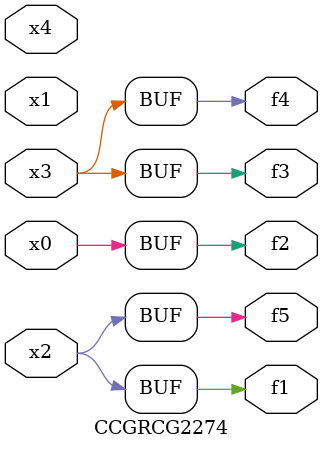
<source format=v>
module CCGRCG2274(
	input x0, x1, x2, x3, x4,
	output f1, f2, f3, f4, f5
);
	assign f1 = x2;
	assign f2 = x0;
	assign f3 = x3;
	assign f4 = x3;
	assign f5 = x2;
endmodule

</source>
